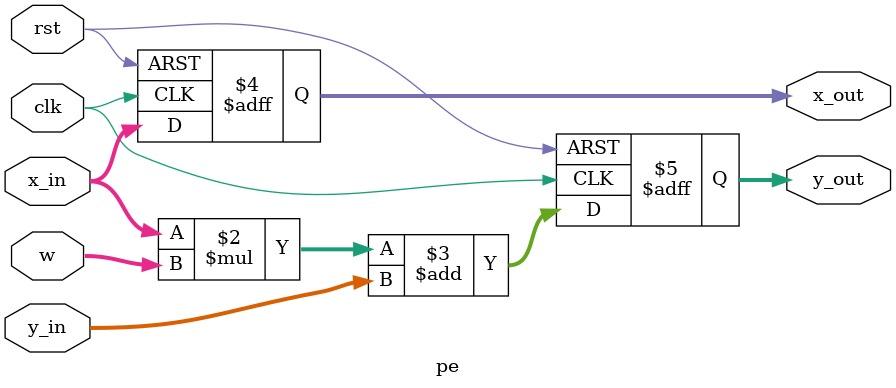
<source format=v>
`timescale 1ns / 1ps

module pe #(
    parameter DATA_WIDTH = 32
) (
    input clk,
    input rst,
    input [DATA_WIDTH-1:0] w,
    input [DATA_WIDTH-1:0] x_in,
    input [DATA_WIDTH-1:0] y_in,
    output reg [DATA_WIDTH-1:0] x_out,
    output reg [DATA_WIDTH-1:0] y_out
);

  always @(posedge clk or posedge rst) begin
    if(rst) begin
      x_out <= 0;
      y_out <= 0;
    end else begin
      x_out <= x_in;
      y_out <= x_in * w + y_in;
    end
  end
endmodule
</source>
